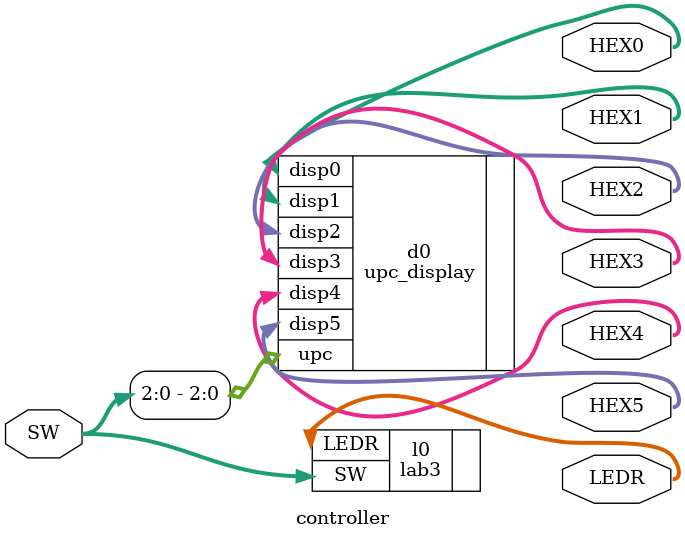
<source format=sv>
module controller (
	input logic [3:0] SW,
	output logic [1:0] LEDR,
	output logic [6:0] HEX0, HEX1, HEX2, HEX3, HEX4, HEX5
);

	lab3 l0(.LEDR(LEDR), .SW(SW));
	upc_display d0(.upc(SW[2:0]), .disp0(HEX0), .disp1(HEX1), .disp2(HEX2), .disp3(HEX3), .disp4(HEX4), .disp5(HEX5));

endmodule 
</source>
